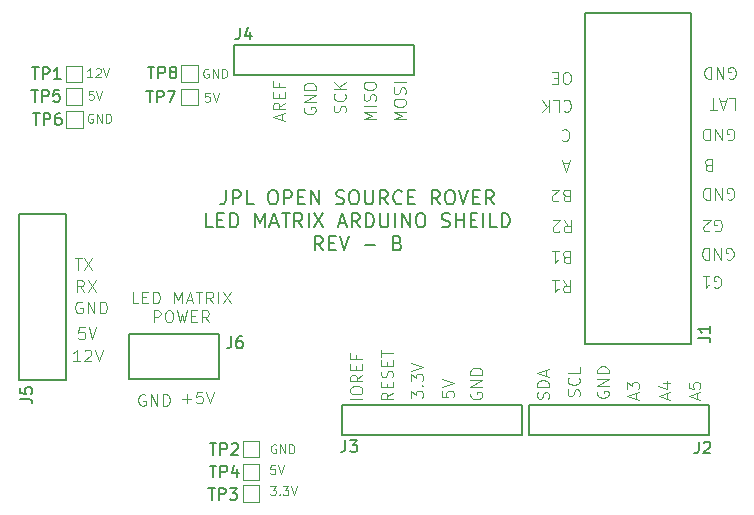
<source format=gbr>
G04 #@! TF.GenerationSoftware,KiCad,Pcbnew,(5.0.2)-1*
G04 #@! TF.CreationDate,2019-04-01T18:20:07-07:00*
G04 #@! TF.ProjectId,Arduino_uno_sheild,41726475-696e-46f5-9f75-6e6f5f736865,rev?*
G04 #@! TF.SameCoordinates,Original*
G04 #@! TF.FileFunction,Legend,Top*
G04 #@! TF.FilePolarity,Positive*
%FSLAX46Y46*%
G04 Gerber Fmt 4.6, Leading zero omitted, Abs format (unit mm)*
G04 Created by KiCad (PCBNEW (5.0.2)-1) date 4/1/2019 6:20:07 PM*
%MOMM*%
%LPD*%
G01*
G04 APERTURE LIST*
%ADD10C,0.100000*%
%ADD11C,0.150000*%
%ADD12C,0.120000*%
G04 APERTURE END LIST*
D10*
X17907071Y39808500D02*
X17835642Y39844214D01*
X17728500Y39844214D01*
X17621357Y39808500D01*
X17549928Y39737071D01*
X17514214Y39665642D01*
X17478500Y39522785D01*
X17478500Y39415642D01*
X17514214Y39272785D01*
X17549928Y39201357D01*
X17621357Y39129928D01*
X17728500Y39094214D01*
X17799928Y39094214D01*
X17907071Y39129928D01*
X17942785Y39165642D01*
X17942785Y39415642D01*
X17799928Y39415642D01*
X18264214Y39094214D02*
X18264214Y39844214D01*
X18692785Y39094214D01*
X18692785Y39844214D01*
X19049928Y39094214D02*
X19049928Y39844214D01*
X19228500Y39844214D01*
X19335642Y39808500D01*
X19407071Y39737071D01*
X19442785Y39665642D01*
X19478500Y39522785D01*
X19478500Y39415642D01*
X19442785Y39272785D01*
X19407071Y39201357D01*
X19335642Y39129928D01*
X19228500Y39094214D01*
X19049928Y39094214D01*
X18018142Y37812214D02*
X17661000Y37812214D01*
X17625285Y37455071D01*
X17661000Y37490785D01*
X17732428Y37526500D01*
X17911000Y37526500D01*
X17982428Y37490785D01*
X18018142Y37455071D01*
X18053857Y37383642D01*
X18053857Y37205071D01*
X18018142Y37133642D01*
X17982428Y37097928D01*
X17911000Y37062214D01*
X17732428Y37062214D01*
X17661000Y37097928D01*
X17625285Y37133642D01*
X18268142Y37812214D02*
X18518142Y37062214D01*
X18768142Y37812214D01*
X23622071Y8033100D02*
X23550642Y8068814D01*
X23443500Y8068814D01*
X23336357Y8033100D01*
X23264928Y7961671D01*
X23229214Y7890242D01*
X23193500Y7747385D01*
X23193500Y7640242D01*
X23229214Y7497385D01*
X23264928Y7425957D01*
X23336357Y7354528D01*
X23443500Y7318814D01*
X23514928Y7318814D01*
X23622071Y7354528D01*
X23657785Y7390242D01*
X23657785Y7640242D01*
X23514928Y7640242D01*
X23979214Y7318814D02*
X23979214Y8068814D01*
X24407785Y7318814D01*
X24407785Y8068814D01*
X24764928Y7318814D02*
X24764928Y8068814D01*
X24943500Y8068814D01*
X25050642Y8033100D01*
X25122071Y7961671D01*
X25157785Y7890242D01*
X25193500Y7747385D01*
X25193500Y7640242D01*
X25157785Y7497385D01*
X25122071Y7425957D01*
X25050642Y7354528D01*
X24943500Y7318814D01*
X24764928Y7318814D01*
X23149857Y4525514D02*
X23614142Y4525514D01*
X23364142Y4239800D01*
X23471285Y4239800D01*
X23542714Y4204085D01*
X23578428Y4168371D01*
X23614142Y4096942D01*
X23614142Y3918371D01*
X23578428Y3846942D01*
X23542714Y3811228D01*
X23471285Y3775514D01*
X23257000Y3775514D01*
X23185571Y3811228D01*
X23149857Y3846942D01*
X23935571Y3846942D02*
X23971285Y3811228D01*
X23935571Y3775514D01*
X23899857Y3811228D01*
X23935571Y3846942D01*
X23935571Y3775514D01*
X24221285Y4525514D02*
X24685571Y4525514D01*
X24435571Y4239800D01*
X24542714Y4239800D01*
X24614142Y4204085D01*
X24649857Y4168371D01*
X24685571Y4096942D01*
X24685571Y3918371D01*
X24649857Y3846942D01*
X24614142Y3811228D01*
X24542714Y3775514D01*
X24328428Y3775514D01*
X24257000Y3811228D01*
X24221285Y3846942D01*
X24899857Y4525514D02*
X25149857Y3775514D01*
X25399857Y4525514D01*
X23542642Y6303514D02*
X23185500Y6303514D01*
X23149785Y5946371D01*
X23185500Y5982085D01*
X23256928Y6017800D01*
X23435500Y6017800D01*
X23506928Y5982085D01*
X23542642Y5946371D01*
X23578357Y5874942D01*
X23578357Y5696371D01*
X23542642Y5624942D01*
X23506928Y5589228D01*
X23435500Y5553514D01*
X23256928Y5553514D01*
X23185500Y5589228D01*
X23149785Y5624942D01*
X23792642Y6303514D02*
X24042642Y5553514D01*
X24292642Y6303514D01*
X8115371Y35998500D02*
X8043942Y36034214D01*
X7936800Y36034214D01*
X7829657Y35998500D01*
X7758228Y35927071D01*
X7722514Y35855642D01*
X7686800Y35712785D01*
X7686800Y35605642D01*
X7722514Y35462785D01*
X7758228Y35391357D01*
X7829657Y35319928D01*
X7936800Y35284214D01*
X8008228Y35284214D01*
X8115371Y35319928D01*
X8151085Y35355642D01*
X8151085Y35605642D01*
X8008228Y35605642D01*
X8472514Y35284214D02*
X8472514Y36034214D01*
X8901085Y35284214D01*
X8901085Y36034214D01*
X9258228Y35284214D02*
X9258228Y36034214D01*
X9436800Y36034214D01*
X9543942Y35998500D01*
X9615371Y35927071D01*
X9651085Y35855642D01*
X9686800Y35712785D01*
X9686800Y35605642D01*
X9651085Y35462785D01*
X9615371Y35391357D01*
X9543942Y35319928D01*
X9436800Y35284214D01*
X9258228Y35284214D01*
X8162942Y38002714D02*
X7805800Y38002714D01*
X7770085Y37645571D01*
X7805800Y37681285D01*
X7877228Y37717000D01*
X8055800Y37717000D01*
X8127228Y37681285D01*
X8162942Y37645571D01*
X8198657Y37574142D01*
X8198657Y37395571D01*
X8162942Y37324142D01*
X8127228Y37288428D01*
X8055800Y37252714D01*
X7877228Y37252714D01*
X7805800Y37288428D01*
X7770085Y37324142D01*
X8412942Y38002714D02*
X8662942Y37252714D01*
X8912942Y38002714D01*
X8095514Y39157714D02*
X7666942Y39157714D01*
X7881228Y39157714D02*
X7881228Y39907714D01*
X7809800Y39800571D01*
X7738371Y39729142D01*
X7666942Y39693428D01*
X8381228Y39836285D02*
X8416942Y39872000D01*
X8488371Y39907714D01*
X8666942Y39907714D01*
X8738371Y39872000D01*
X8774085Y39836285D01*
X8809800Y39764857D01*
X8809800Y39693428D01*
X8774085Y39586285D01*
X8345514Y39157714D01*
X8809800Y39157714D01*
X9024085Y39907714D02*
X9274085Y39157714D01*
X9524085Y39907714D01*
X12547695Y12285600D02*
X12452457Y12333219D01*
X12309600Y12333219D01*
X12166742Y12285600D01*
X12071504Y12190361D01*
X12023885Y12095123D01*
X11976266Y11904647D01*
X11976266Y11761790D01*
X12023885Y11571314D01*
X12071504Y11476076D01*
X12166742Y11380838D01*
X12309600Y11333219D01*
X12404838Y11333219D01*
X12547695Y11380838D01*
X12595314Y11428457D01*
X12595314Y11761790D01*
X12404838Y11761790D01*
X13023885Y11333219D02*
X13023885Y12333219D01*
X13595314Y11333219D01*
X13595314Y12333219D01*
X14071504Y11333219D02*
X14071504Y12333219D01*
X14309600Y12333219D01*
X14452457Y12285600D01*
X14547695Y12190361D01*
X14595314Y12095123D01*
X14642933Y11904647D01*
X14642933Y11761790D01*
X14595314Y11571314D01*
X14547695Y11476076D01*
X14452457Y11380838D01*
X14309600Y11333219D01*
X14071504Y11333219D01*
X15681485Y11917371D02*
X16443390Y11917371D01*
X16062438Y11536419D02*
X16062438Y12298323D01*
X17395771Y12536419D02*
X16919580Y12536419D01*
X16871961Y12060228D01*
X16919580Y12107847D01*
X17014819Y12155466D01*
X17252914Y12155466D01*
X17348152Y12107847D01*
X17395771Y12060228D01*
X17443390Y11964990D01*
X17443390Y11726895D01*
X17395771Y11631657D01*
X17348152Y11584038D01*
X17252914Y11536419D01*
X17014819Y11536419D01*
X16919580Y11584038D01*
X16871961Y11631657D01*
X17729104Y12536419D02*
X18062438Y11536419D01*
X18395771Y12536419D01*
X11976552Y20007219D02*
X11500361Y20007219D01*
X11500361Y21007219D01*
X12309885Y20531028D02*
X12643219Y20531028D01*
X12786076Y20007219D02*
X12309885Y20007219D01*
X12309885Y21007219D01*
X12786076Y21007219D01*
X13214647Y20007219D02*
X13214647Y21007219D01*
X13452742Y21007219D01*
X13595600Y20959600D01*
X13690838Y20864361D01*
X13738457Y20769123D01*
X13786076Y20578647D01*
X13786076Y20435790D01*
X13738457Y20245314D01*
X13690838Y20150076D01*
X13595600Y20054838D01*
X13452742Y20007219D01*
X13214647Y20007219D01*
X14976552Y20007219D02*
X14976552Y21007219D01*
X15309885Y20292933D01*
X15643219Y21007219D01*
X15643219Y20007219D01*
X16071790Y20292933D02*
X16547980Y20292933D01*
X15976552Y20007219D02*
X16309885Y21007219D01*
X16643219Y20007219D01*
X16833695Y21007219D02*
X17405123Y21007219D01*
X17119409Y20007219D02*
X17119409Y21007219D01*
X18309885Y20007219D02*
X17976552Y20483409D01*
X17738457Y20007219D02*
X17738457Y21007219D01*
X18119409Y21007219D01*
X18214647Y20959600D01*
X18262266Y20911980D01*
X18309885Y20816742D01*
X18309885Y20673885D01*
X18262266Y20578647D01*
X18214647Y20531028D01*
X18119409Y20483409D01*
X17738457Y20483409D01*
X18738457Y20007219D02*
X18738457Y21007219D01*
X19119409Y21007219D02*
X19786076Y20007219D01*
X19786076Y21007219D02*
X19119409Y20007219D01*
X13286076Y18407219D02*
X13286076Y19407219D01*
X13667028Y19407219D01*
X13762266Y19359600D01*
X13809885Y19311980D01*
X13857504Y19216742D01*
X13857504Y19073885D01*
X13809885Y18978647D01*
X13762266Y18931028D01*
X13667028Y18883409D01*
X13286076Y18883409D01*
X14476552Y19407219D02*
X14667028Y19407219D01*
X14762266Y19359600D01*
X14857504Y19264361D01*
X14905123Y19073885D01*
X14905123Y18740552D01*
X14857504Y18550076D01*
X14762266Y18454838D01*
X14667028Y18407219D01*
X14476552Y18407219D01*
X14381314Y18454838D01*
X14286076Y18550076D01*
X14238457Y18740552D01*
X14238457Y19073885D01*
X14286076Y19264361D01*
X14381314Y19359600D01*
X14476552Y19407219D01*
X15238457Y19407219D02*
X15476552Y18407219D01*
X15667028Y19121504D01*
X15857504Y18407219D01*
X16095600Y19407219D01*
X16476552Y18931028D02*
X16809885Y18931028D01*
X16952742Y18407219D02*
X16476552Y18407219D01*
X16476552Y19407219D01*
X16952742Y19407219D01*
X17952742Y18407219D02*
X17619409Y18883409D01*
X17381314Y18407219D02*
X17381314Y19407219D01*
X17762266Y19407219D01*
X17857504Y19359600D01*
X17905123Y19311980D01*
X17952742Y19216742D01*
X17952742Y19073885D01*
X17905123Y18978647D01*
X17857504Y18931028D01*
X17762266Y18883409D01*
X17381314Y18883409D01*
X7351733Y20985219D02*
X7018400Y21461409D01*
X6780304Y20985219D02*
X6780304Y21985219D01*
X7161257Y21985219D01*
X7256495Y21937600D01*
X7304114Y21889980D01*
X7351733Y21794742D01*
X7351733Y21651885D01*
X7304114Y21556647D01*
X7256495Y21509028D01*
X7161257Y21461409D01*
X6780304Y21461409D01*
X7685066Y21985219D02*
X8351733Y20985219D01*
X8351733Y21985219D02*
X7685066Y20985219D01*
X7429523Y17972019D02*
X6953333Y17972019D01*
X6905714Y17495828D01*
X6953333Y17543447D01*
X7048571Y17591066D01*
X7286666Y17591066D01*
X7381904Y17543447D01*
X7429523Y17495828D01*
X7477142Y17400590D01*
X7477142Y17162495D01*
X7429523Y17067257D01*
X7381904Y17019638D01*
X7286666Y16972019D01*
X7048571Y16972019D01*
X6953333Y17019638D01*
X6905714Y17067257D01*
X7762857Y17972019D02*
X8096190Y16972019D01*
X8429523Y17972019D01*
X7051752Y15092419D02*
X6480323Y15092419D01*
X6766038Y15092419D02*
X6766038Y16092419D01*
X6670800Y15949561D01*
X6575561Y15854323D01*
X6480323Y15806704D01*
X7432704Y15997180D02*
X7480323Y16044800D01*
X7575561Y16092419D01*
X7813657Y16092419D01*
X7908895Y16044800D01*
X7956514Y15997180D01*
X8004133Y15901942D01*
X8004133Y15806704D01*
X7956514Y15663847D01*
X7385085Y15092419D01*
X8004133Y15092419D01*
X8289847Y16092419D02*
X8623180Y15092419D01*
X8956514Y16092419D01*
X7213695Y20108800D02*
X7118457Y20156419D01*
X6975599Y20156419D01*
X6832742Y20108800D01*
X6737504Y20013561D01*
X6689885Y19918323D01*
X6642266Y19727847D01*
X6642266Y19584990D01*
X6689885Y19394514D01*
X6737504Y19299276D01*
X6832742Y19204038D01*
X6975599Y19156419D01*
X7070838Y19156419D01*
X7213695Y19204038D01*
X7261314Y19251657D01*
X7261314Y19584990D01*
X7070838Y19584990D01*
X7689885Y19156419D02*
X7689885Y20156419D01*
X8261314Y19156419D01*
X8261314Y20156419D01*
X8737504Y19156419D02*
X8737504Y20156419D01*
X8975600Y20156419D01*
X9118457Y20108800D01*
X9213695Y20013561D01*
X9261314Y19918323D01*
X9308933Y19727847D01*
X9308933Y19584990D01*
X9261314Y19394514D01*
X9213695Y19299276D01*
X9118457Y19204038D01*
X8975600Y19156419D01*
X8737504Y19156419D01*
X6604095Y23814019D02*
X7175523Y23814019D01*
X6889809Y22814019D02*
X6889809Y23814019D01*
X7413619Y23814019D02*
X8080285Y22814019D01*
X8080285Y23814019D02*
X7413619Y22814019D01*
X59285166Y11922214D02*
X59285166Y12398404D01*
X59570880Y11826976D02*
X58570880Y12160309D01*
X59570880Y12493642D01*
X58570880Y13303166D02*
X58570880Y12826976D01*
X59047071Y12779357D01*
X58999452Y12826976D01*
X58951833Y12922214D01*
X58951833Y13160309D01*
X58999452Y13255547D01*
X59047071Y13303166D01*
X59142309Y13350785D01*
X59380404Y13350785D01*
X59475642Y13303166D01*
X59523261Y13255547D01*
X59570880Y13160309D01*
X59570880Y12922214D01*
X59523261Y12826976D01*
X59475642Y12779357D01*
X56745166Y11922214D02*
X56745166Y12398404D01*
X57030880Y11826976D02*
X56030880Y12160309D01*
X57030880Y12493642D01*
X56364214Y13255547D02*
X57030880Y13255547D01*
X55983261Y13017452D02*
X56697547Y12779357D01*
X56697547Y13398404D01*
X54078166Y11922214D02*
X54078166Y12398404D01*
X54363880Y11826976D02*
X53363880Y12160309D01*
X54363880Y12493642D01*
X53363880Y12731738D02*
X53363880Y13350785D01*
X53744833Y13017452D01*
X53744833Y13160309D01*
X53792452Y13255547D01*
X53840071Y13303166D01*
X53935309Y13350785D01*
X54173404Y13350785D01*
X54268642Y13303166D01*
X54316261Y13255547D01*
X54363880Y13160309D01*
X54363880Y12874595D01*
X54316261Y12779357D01*
X54268642Y12731738D01*
X50871500Y12573095D02*
X50823880Y12477857D01*
X50823880Y12335000D01*
X50871500Y12192142D01*
X50966738Y12096904D01*
X51061976Y12049285D01*
X51252452Y12001666D01*
X51395309Y12001666D01*
X51585785Y12049285D01*
X51681023Y12096904D01*
X51776261Y12192142D01*
X51823880Y12335000D01*
X51823880Y12430238D01*
X51776261Y12573095D01*
X51728642Y12620714D01*
X51395309Y12620714D01*
X51395309Y12430238D01*
X51823880Y13049285D02*
X50823880Y13049285D01*
X51823880Y13620714D01*
X50823880Y13620714D01*
X51823880Y14096904D02*
X50823880Y14096904D01*
X50823880Y14335000D01*
X50871500Y14477857D01*
X50966738Y14573095D01*
X51061976Y14620714D01*
X51252452Y14668333D01*
X51395309Y14668333D01*
X51585785Y14620714D01*
X51681023Y14573095D01*
X51776261Y14477857D01*
X51823880Y14335000D01*
X51823880Y14096904D01*
X49299761Y12144523D02*
X49347380Y12287380D01*
X49347380Y12525476D01*
X49299761Y12620714D01*
X49252142Y12668333D01*
X49156904Y12715952D01*
X49061666Y12715952D01*
X48966428Y12668333D01*
X48918809Y12620714D01*
X48871190Y12525476D01*
X48823571Y12335000D01*
X48775952Y12239761D01*
X48728333Y12192142D01*
X48633095Y12144523D01*
X48537857Y12144523D01*
X48442619Y12192142D01*
X48395000Y12239761D01*
X48347380Y12335000D01*
X48347380Y12573095D01*
X48395000Y12715952D01*
X49252142Y13715952D02*
X49299761Y13668333D01*
X49347380Y13525476D01*
X49347380Y13430238D01*
X49299761Y13287380D01*
X49204523Y13192142D01*
X49109285Y13144523D01*
X48918809Y13096904D01*
X48775952Y13096904D01*
X48585476Y13144523D01*
X48490238Y13192142D01*
X48395000Y13287380D01*
X48347380Y13430238D01*
X48347380Y13525476D01*
X48395000Y13668333D01*
X48442619Y13715952D01*
X49347380Y14620714D02*
X49347380Y14144523D01*
X48347380Y14144523D01*
X46696261Y11930214D02*
X46743880Y12073071D01*
X46743880Y12311166D01*
X46696261Y12406404D01*
X46648642Y12454023D01*
X46553404Y12501642D01*
X46458166Y12501642D01*
X46362928Y12454023D01*
X46315309Y12406404D01*
X46267690Y12311166D01*
X46220071Y12120690D01*
X46172452Y12025452D01*
X46124833Y11977833D01*
X46029595Y11930214D01*
X45934357Y11930214D01*
X45839119Y11977833D01*
X45791500Y12025452D01*
X45743880Y12120690D01*
X45743880Y12358785D01*
X45791500Y12501642D01*
X46743880Y12930214D02*
X45743880Y12930214D01*
X45743880Y13168309D01*
X45791500Y13311166D01*
X45886738Y13406404D01*
X45981976Y13454023D01*
X46172452Y13501642D01*
X46315309Y13501642D01*
X46505785Y13454023D01*
X46601023Y13406404D01*
X46696261Y13311166D01*
X46743880Y13168309D01*
X46743880Y12930214D01*
X46458166Y13882595D02*
X46458166Y14358785D01*
X46743880Y13787357D02*
X45743880Y14120690D01*
X46743880Y14454023D01*
X40140000Y12446095D02*
X40092380Y12350857D01*
X40092380Y12208000D01*
X40140000Y12065142D01*
X40235238Y11969904D01*
X40330476Y11922285D01*
X40520952Y11874666D01*
X40663809Y11874666D01*
X40854285Y11922285D01*
X40949523Y11969904D01*
X41044761Y12065142D01*
X41092380Y12208000D01*
X41092380Y12303238D01*
X41044761Y12446095D01*
X40997142Y12493714D01*
X40663809Y12493714D01*
X40663809Y12303238D01*
X41092380Y12922285D02*
X40092380Y12922285D01*
X41092380Y13493714D01*
X40092380Y13493714D01*
X41092380Y13969904D02*
X40092380Y13969904D01*
X40092380Y14208000D01*
X40140000Y14350857D01*
X40235238Y14446095D01*
X40330476Y14493714D01*
X40520952Y14541333D01*
X40663809Y14541333D01*
X40854285Y14493714D01*
X40949523Y14446095D01*
X41044761Y14350857D01*
X41092380Y14208000D01*
X41092380Y13969904D01*
X37679380Y12573023D02*
X37679380Y12096833D01*
X38155571Y12049214D01*
X38107952Y12096833D01*
X38060333Y12192071D01*
X38060333Y12430166D01*
X38107952Y12525404D01*
X38155571Y12573023D01*
X38250809Y12620642D01*
X38488904Y12620642D01*
X38584142Y12573023D01*
X38631761Y12525404D01*
X38679380Y12430166D01*
X38679380Y12192071D01*
X38631761Y12096833D01*
X38584142Y12049214D01*
X37679380Y12906357D02*
X38679380Y13239690D01*
X37679380Y13573023D01*
X35075880Y11985809D02*
X35075880Y12604857D01*
X35456833Y12271523D01*
X35456833Y12414380D01*
X35504452Y12509619D01*
X35552071Y12557238D01*
X35647309Y12604857D01*
X35885404Y12604857D01*
X35980642Y12557238D01*
X36028261Y12509619D01*
X36075880Y12414380D01*
X36075880Y12128666D01*
X36028261Y12033428D01*
X35980642Y11985809D01*
X35980642Y13033428D02*
X36028261Y13081047D01*
X36075880Y13033428D01*
X36028261Y12985809D01*
X35980642Y13033428D01*
X36075880Y13033428D01*
X35075880Y13414380D02*
X35075880Y14033428D01*
X35456833Y13700095D01*
X35456833Y13842952D01*
X35504452Y13938190D01*
X35552071Y13985809D01*
X35647309Y14033428D01*
X35885404Y14033428D01*
X35980642Y13985809D01*
X36028261Y13938190D01*
X36075880Y13842952D01*
X36075880Y13557238D01*
X36028261Y13462000D01*
X35980642Y13414380D01*
X35075880Y14319142D02*
X36075880Y14652476D01*
X35075880Y14985809D01*
X33535880Y12454119D02*
X33059690Y12120785D01*
X33535880Y11882690D02*
X32535880Y11882690D01*
X32535880Y12263642D01*
X32583500Y12358880D01*
X32631119Y12406500D01*
X32726357Y12454119D01*
X32869214Y12454119D01*
X32964452Y12406500D01*
X33012071Y12358880D01*
X33059690Y12263642D01*
X33059690Y11882690D01*
X33012071Y12882690D02*
X33012071Y13216023D01*
X33535880Y13358880D02*
X33535880Y12882690D01*
X32535880Y12882690D01*
X32535880Y13358880D01*
X33488261Y13739833D02*
X33535880Y13882690D01*
X33535880Y14120785D01*
X33488261Y14216023D01*
X33440642Y14263642D01*
X33345404Y14311261D01*
X33250166Y14311261D01*
X33154928Y14263642D01*
X33107309Y14216023D01*
X33059690Y14120785D01*
X33012071Y13930309D01*
X32964452Y13835071D01*
X32916833Y13787452D01*
X32821595Y13739833D01*
X32726357Y13739833D01*
X32631119Y13787452D01*
X32583500Y13835071D01*
X32535880Y13930309D01*
X32535880Y14168404D01*
X32583500Y14311261D01*
X33012071Y14739833D02*
X33012071Y15073166D01*
X33535880Y15216023D02*
X33535880Y14739833D01*
X32535880Y14739833D01*
X32535880Y15216023D01*
X32535880Y15501738D02*
X32535880Y16073166D01*
X33535880Y15787452D02*
X32535880Y15787452D01*
X30932380Y11874738D02*
X29932380Y11874738D01*
X29932380Y12541404D02*
X29932380Y12731880D01*
X29980000Y12827119D01*
X30075238Y12922357D01*
X30265714Y12969976D01*
X30599047Y12969976D01*
X30789523Y12922357D01*
X30884761Y12827119D01*
X30932380Y12731880D01*
X30932380Y12541404D01*
X30884761Y12446166D01*
X30789523Y12350928D01*
X30599047Y12303309D01*
X30265714Y12303309D01*
X30075238Y12350928D01*
X29980000Y12446166D01*
X29932380Y12541404D01*
X30932380Y13969976D02*
X30456190Y13636642D01*
X30932380Y13398547D02*
X29932380Y13398547D01*
X29932380Y13779500D01*
X29980000Y13874738D01*
X30027619Y13922357D01*
X30122857Y13969976D01*
X30265714Y13969976D01*
X30360952Y13922357D01*
X30408571Y13874738D01*
X30456190Y13779500D01*
X30456190Y13398547D01*
X30408571Y14398547D02*
X30408571Y14731880D01*
X30932380Y14874738D02*
X30932380Y14398547D01*
X29932380Y14398547D01*
X29932380Y14874738D01*
X30408571Y15636642D02*
X30408571Y15303309D01*
X30932380Y15303309D02*
X29932380Y15303309D01*
X29932380Y15779500D01*
X48337010Y38588803D02*
X48146533Y38588803D01*
X48051295Y38636423D01*
X47956057Y38731661D01*
X47908438Y38922137D01*
X47908438Y39255470D01*
X47956057Y39445946D01*
X48051295Y39541184D01*
X48146533Y39588803D01*
X48337010Y39588803D01*
X48432248Y39541184D01*
X48527486Y39445946D01*
X48575105Y39255470D01*
X48575105Y38922137D01*
X48527486Y38731661D01*
X48432248Y38636423D01*
X48337010Y38588803D01*
X47479867Y39064994D02*
X47146533Y39064994D01*
X47003676Y39588803D02*
X47479867Y39588803D01*
X47479867Y38588803D01*
X47003676Y38588803D01*
X47991638Y37136342D02*
X48039257Y37183961D01*
X48182114Y37231580D01*
X48277352Y37231580D01*
X48420209Y37183961D01*
X48515447Y37088723D01*
X48563066Y36993485D01*
X48610685Y36803009D01*
X48610685Y36660152D01*
X48563066Y36469676D01*
X48515447Y36374438D01*
X48420209Y36279200D01*
X48277352Y36231580D01*
X48182114Y36231580D01*
X48039257Y36279200D01*
X47991638Y36326819D01*
X47086876Y37231580D02*
X47563066Y37231580D01*
X47563066Y36231580D01*
X46753542Y37231580D02*
X46753542Y36231580D01*
X46182114Y37231580D02*
X46610685Y36660152D01*
X46182114Y36231580D02*
X46753542Y36803009D01*
X47848167Y34642165D02*
X47895786Y34689784D01*
X48038643Y34737403D01*
X48133881Y34737403D01*
X48276738Y34689784D01*
X48371976Y34594546D01*
X48419595Y34499308D01*
X48467214Y34308832D01*
X48467214Y34165975D01*
X48419595Y33975499D01*
X48371976Y33880261D01*
X48276738Y33785023D01*
X48133881Y33737403D01*
X48038643Y33737403D01*
X47895786Y33785023D01*
X47848167Y33832642D01*
X48395786Y31848189D02*
X47919595Y31848189D01*
X48491024Y32133903D02*
X48157691Y31133903D01*
X47824357Y32133903D01*
X48181452Y29120894D02*
X48038595Y29168513D01*
X47990976Y29216132D01*
X47943357Y29311370D01*
X47943357Y29454227D01*
X47990976Y29549465D01*
X48038595Y29597084D01*
X48133833Y29644703D01*
X48514786Y29644703D01*
X48514786Y28644703D01*
X48181452Y28644703D01*
X48086214Y28692323D01*
X48038595Y28739942D01*
X47990976Y28835180D01*
X47990976Y28930418D01*
X48038595Y29025656D01*
X48086214Y29073275D01*
X48181452Y29120894D01*
X48514786Y29120894D01*
X47562405Y28739942D02*
X47514786Y28692323D01*
X47419548Y28644703D01*
X47181452Y28644703D01*
X47086214Y28692323D01*
X47038595Y28739942D01*
X46990976Y28835180D01*
X46990976Y28930418D01*
X47038595Y29073275D01*
X47610024Y29644703D01*
X46990976Y29644703D01*
X48006857Y27041203D02*
X48340191Y26565013D01*
X48578286Y27041203D02*
X48578286Y26041203D01*
X48197333Y26041203D01*
X48102095Y26088823D01*
X48054476Y26136442D01*
X48006857Y26231680D01*
X48006857Y26374537D01*
X48054476Y26469775D01*
X48102095Y26517394D01*
X48197333Y26565013D01*
X48578286Y26565013D01*
X47625905Y26136442D02*
X47578286Y26088823D01*
X47483048Y26041203D01*
X47244952Y26041203D01*
X47149714Y26088823D01*
X47102095Y26136442D01*
X47054476Y26231680D01*
X47054476Y26326918D01*
X47102095Y26469775D01*
X47673524Y27041203D01*
X47054476Y27041203D01*
X48181452Y23913894D02*
X48038595Y23961513D01*
X47990976Y24009132D01*
X47943357Y24104370D01*
X47943357Y24247227D01*
X47990976Y24342465D01*
X48038595Y24390084D01*
X48133833Y24437703D01*
X48514786Y24437703D01*
X48514786Y23437703D01*
X48181452Y23437703D01*
X48086214Y23485323D01*
X48038595Y23532942D01*
X47990976Y23628180D01*
X47990976Y23723418D01*
X48038595Y23818656D01*
X48086214Y23866275D01*
X48181452Y23913894D01*
X48514786Y23913894D01*
X46990976Y24437703D02*
X47562405Y24437703D01*
X47276691Y24437703D02*
X47276691Y23437703D01*
X47371929Y23580561D01*
X47467167Y23675799D01*
X47562405Y23723418D01*
X47943357Y21961203D02*
X48276691Y21485013D01*
X48514786Y21961203D02*
X48514786Y20961203D01*
X48133833Y20961203D01*
X48038595Y21008823D01*
X47990976Y21056442D01*
X47943357Y21151680D01*
X47943357Y21294537D01*
X47990976Y21389775D01*
X48038595Y21437394D01*
X48133833Y21485013D01*
X48514786Y21485013D01*
X46990976Y21961203D02*
X47562405Y21961203D01*
X47276691Y21961203D02*
X47276691Y20961203D01*
X47371929Y21104061D01*
X47467167Y21199299D01*
X47562405Y21246918D01*
X61987895Y39055523D02*
X62083133Y39007903D01*
X62225991Y39007903D01*
X62368848Y39055523D01*
X62464086Y39150761D01*
X62511705Y39245999D01*
X62559324Y39436475D01*
X62559324Y39579332D01*
X62511705Y39769808D01*
X62464086Y39865046D01*
X62368848Y39960284D01*
X62225991Y40007903D01*
X62130752Y40007903D01*
X61987895Y39960284D01*
X61940276Y39912665D01*
X61940276Y39579332D01*
X62130752Y39579332D01*
X61511705Y40007903D02*
X61511705Y39007903D01*
X60940276Y40007903D01*
X60940276Y39007903D01*
X60464086Y40007903D02*
X60464086Y39007903D01*
X60225991Y39007903D01*
X60083133Y39055523D01*
X59987895Y39150761D01*
X59940276Y39245999D01*
X59892657Y39436475D01*
X59892657Y39579332D01*
X59940276Y39769808D01*
X59987895Y39865046D01*
X60083133Y39960284D01*
X60225991Y40007903D01*
X60464086Y40007903D01*
X61979991Y37404403D02*
X62456181Y37404403D01*
X62456181Y36404403D01*
X61694276Y37118689D02*
X61218086Y37118689D01*
X61789514Y37404403D02*
X61456181Y36404403D01*
X61122848Y37404403D01*
X60932371Y36404403D02*
X60360943Y36404403D01*
X60646657Y37404403D02*
X60646657Y36404403D01*
X61860895Y33848523D02*
X61956133Y33800903D01*
X62098991Y33800903D01*
X62241848Y33848523D01*
X62337086Y33943761D01*
X62384705Y34038999D01*
X62432324Y34229475D01*
X62432324Y34372332D01*
X62384705Y34562808D01*
X62337086Y34658046D01*
X62241848Y34753284D01*
X62098991Y34800903D01*
X62003752Y34800903D01*
X61860895Y34753284D01*
X61813276Y34705665D01*
X61813276Y34372332D01*
X62003752Y34372332D01*
X61384705Y34800903D02*
X61384705Y33800903D01*
X60813276Y34800903D01*
X60813276Y33800903D01*
X60337086Y34800903D02*
X60337086Y33800903D01*
X60098991Y33800903D01*
X59956133Y33848523D01*
X59860895Y33943761D01*
X59813276Y34038999D01*
X59765657Y34229475D01*
X59765657Y34372332D01*
X59813276Y34562808D01*
X59860895Y34658046D01*
X59956133Y34753284D01*
X60098991Y34800903D01*
X60337086Y34800903D01*
X60214762Y31698994D02*
X60071905Y31746613D01*
X60024286Y31794232D01*
X59976667Y31889470D01*
X59976667Y32032327D01*
X60024286Y32127565D01*
X60071905Y32175184D01*
X60167143Y32222803D01*
X60548095Y32222803D01*
X60548095Y31222803D01*
X60214762Y31222803D01*
X60119524Y31270423D01*
X60071905Y31318042D01*
X60024286Y31413280D01*
X60024286Y31508518D01*
X60071905Y31603756D01*
X60119524Y31651375D01*
X60214762Y31698994D01*
X60548095Y31698994D01*
X61860895Y28832023D02*
X61956133Y28784403D01*
X62098991Y28784403D01*
X62241848Y28832023D01*
X62337086Y28927261D01*
X62384705Y29022499D01*
X62432324Y29212975D01*
X62432324Y29355832D01*
X62384705Y29546308D01*
X62337086Y29641546D01*
X62241848Y29736784D01*
X62098991Y29784403D01*
X62003752Y29784403D01*
X61860895Y29736784D01*
X61813276Y29689165D01*
X61813276Y29355832D01*
X62003752Y29355832D01*
X61384705Y29784403D02*
X61384705Y28784403D01*
X60813276Y29784403D01*
X60813276Y28784403D01*
X60337086Y29784403D02*
X60337086Y28784403D01*
X60098991Y28784403D01*
X59956133Y28832023D01*
X59860895Y28927261D01*
X59813276Y29022499D01*
X59765657Y29212975D01*
X59765657Y29355832D01*
X59813276Y29546308D01*
X59860895Y29641546D01*
X59956133Y29736784D01*
X60098991Y29784403D01*
X60337086Y29784403D01*
X60805276Y26139623D02*
X60900514Y26092003D01*
X61043371Y26092003D01*
X61186229Y26139623D01*
X61281467Y26234861D01*
X61329086Y26330099D01*
X61376705Y26520575D01*
X61376705Y26663432D01*
X61329086Y26853908D01*
X61281467Y26949146D01*
X61186229Y27044384D01*
X61043371Y27092003D01*
X60948133Y27092003D01*
X60805276Y27044384D01*
X60757657Y26996765D01*
X60757657Y26663432D01*
X60948133Y26663432D01*
X60376705Y26187242D02*
X60329086Y26139623D01*
X60233848Y26092003D01*
X59995752Y26092003D01*
X59900514Y26139623D01*
X59852895Y26187242D01*
X59805276Y26282480D01*
X59805276Y26377718D01*
X59852895Y26520575D01*
X60424324Y27092003D01*
X59805276Y27092003D01*
X61797395Y23752023D02*
X61892633Y23704403D01*
X62035491Y23704403D01*
X62178348Y23752023D01*
X62273586Y23847261D01*
X62321205Y23942499D01*
X62368824Y24132975D01*
X62368824Y24275832D01*
X62321205Y24466308D01*
X62273586Y24561546D01*
X62178348Y24656784D01*
X62035491Y24704403D01*
X61940252Y24704403D01*
X61797395Y24656784D01*
X61749776Y24609165D01*
X61749776Y24275832D01*
X61940252Y24275832D01*
X61321205Y24704403D02*
X61321205Y23704403D01*
X60749776Y24704403D01*
X60749776Y23704403D01*
X60273586Y24704403D02*
X60273586Y23704403D01*
X60035491Y23704403D01*
X59892633Y23752023D01*
X59797395Y23847261D01*
X59749776Y23942499D01*
X59702157Y24132975D01*
X59702157Y24275832D01*
X59749776Y24466308D01*
X59797395Y24561546D01*
X59892633Y24656784D01*
X60035491Y24704403D01*
X60273586Y24704403D01*
X60754476Y21364423D02*
X60849714Y21316803D01*
X60992571Y21316803D01*
X61135429Y21364423D01*
X61230667Y21459661D01*
X61278286Y21554899D01*
X61325905Y21745375D01*
X61325905Y21888232D01*
X61278286Y22078708D01*
X61230667Y22173946D01*
X61135429Y22269184D01*
X60992571Y22316803D01*
X60897333Y22316803D01*
X60754476Y22269184D01*
X60706857Y22221565D01*
X60706857Y21888232D01*
X60897333Y21888232D01*
X59754476Y22316803D02*
X60325905Y22316803D01*
X60040191Y22316803D02*
X60040191Y21316803D01*
X60135429Y21459661D01*
X60230667Y21554899D01*
X60325905Y21602518D01*
X34615380Y35576071D02*
X33615380Y35576071D01*
X34329666Y35909404D01*
X33615380Y36242738D01*
X34615380Y36242738D01*
X33615380Y36909404D02*
X33615380Y37099880D01*
X33663000Y37195119D01*
X33758238Y37290357D01*
X33948714Y37337976D01*
X34282047Y37337976D01*
X34472523Y37290357D01*
X34567761Y37195119D01*
X34615380Y37099880D01*
X34615380Y36909404D01*
X34567761Y36814166D01*
X34472523Y36718928D01*
X34282047Y36671309D01*
X33948714Y36671309D01*
X33758238Y36718928D01*
X33663000Y36814166D01*
X33615380Y36909404D01*
X34567761Y37718928D02*
X34615380Y37861785D01*
X34615380Y38099880D01*
X34567761Y38195119D01*
X34520142Y38242738D01*
X34424904Y38290357D01*
X34329666Y38290357D01*
X34234428Y38242738D01*
X34186809Y38195119D01*
X34139190Y38099880D01*
X34091571Y37909404D01*
X34043952Y37814166D01*
X33996333Y37766547D01*
X33901095Y37718928D01*
X33805857Y37718928D01*
X33710619Y37766547D01*
X33663000Y37814166D01*
X33615380Y37909404D01*
X33615380Y38147500D01*
X33663000Y38290357D01*
X34615380Y38718928D02*
X33615380Y38718928D01*
X32075380Y35576071D02*
X31075380Y35576071D01*
X31789666Y35909404D01*
X31075380Y36242738D01*
X32075380Y36242738D01*
X32075380Y36718928D02*
X31075380Y36718928D01*
X32027761Y37147500D02*
X32075380Y37290357D01*
X32075380Y37528452D01*
X32027761Y37623690D01*
X31980142Y37671309D01*
X31884904Y37718928D01*
X31789666Y37718928D01*
X31694428Y37671309D01*
X31646809Y37623690D01*
X31599190Y37528452D01*
X31551571Y37337976D01*
X31503952Y37242738D01*
X31456333Y37195119D01*
X31361095Y37147500D01*
X31265857Y37147500D01*
X31170619Y37195119D01*
X31123000Y37242738D01*
X31075380Y37337976D01*
X31075380Y37576071D01*
X31123000Y37718928D01*
X31075380Y38337976D02*
X31075380Y38528452D01*
X31123000Y38623690D01*
X31218238Y38718928D01*
X31408714Y38766547D01*
X31742047Y38766547D01*
X31932523Y38718928D01*
X32027761Y38623690D01*
X32075380Y38528452D01*
X32075380Y38337976D01*
X32027761Y38242738D01*
X31932523Y38147500D01*
X31742047Y38099880D01*
X31408714Y38099880D01*
X31218238Y38147500D01*
X31123000Y38242738D01*
X31075380Y38337976D01*
X29487761Y36179285D02*
X29535380Y36322142D01*
X29535380Y36560238D01*
X29487761Y36655476D01*
X29440142Y36703095D01*
X29344904Y36750714D01*
X29249666Y36750714D01*
X29154428Y36703095D01*
X29106809Y36655476D01*
X29059190Y36560238D01*
X29011571Y36369761D01*
X28963952Y36274523D01*
X28916333Y36226904D01*
X28821095Y36179285D01*
X28725857Y36179285D01*
X28630619Y36226904D01*
X28583000Y36274523D01*
X28535380Y36369761D01*
X28535380Y36607857D01*
X28583000Y36750714D01*
X29440142Y37750714D02*
X29487761Y37703095D01*
X29535380Y37560238D01*
X29535380Y37465000D01*
X29487761Y37322142D01*
X29392523Y37226904D01*
X29297285Y37179285D01*
X29106809Y37131666D01*
X28963952Y37131666D01*
X28773476Y37179285D01*
X28678238Y37226904D01*
X28583000Y37322142D01*
X28535380Y37465000D01*
X28535380Y37560238D01*
X28583000Y37703095D01*
X28630619Y37750714D01*
X29535380Y38179285D02*
X28535380Y38179285D01*
X29535380Y38750714D02*
X28963952Y38322142D01*
X28535380Y38750714D02*
X29106809Y38179285D01*
X26043000Y36576095D02*
X25995380Y36480857D01*
X25995380Y36338000D01*
X26043000Y36195142D01*
X26138238Y36099904D01*
X26233476Y36052285D01*
X26423952Y36004666D01*
X26566809Y36004666D01*
X26757285Y36052285D01*
X26852523Y36099904D01*
X26947761Y36195142D01*
X26995380Y36338000D01*
X26995380Y36433238D01*
X26947761Y36576095D01*
X26900142Y36623714D01*
X26566809Y36623714D01*
X26566809Y36433238D01*
X26995380Y37052285D02*
X25995380Y37052285D01*
X26995380Y37623714D01*
X25995380Y37623714D01*
X26995380Y38099904D02*
X25995380Y38099904D01*
X25995380Y38338000D01*
X26043000Y38480857D01*
X26138238Y38576095D01*
X26233476Y38623714D01*
X26423952Y38671333D01*
X26566809Y38671333D01*
X26757285Y38623714D01*
X26852523Y38576095D01*
X26947761Y38480857D01*
X26995380Y38338000D01*
X26995380Y38099904D01*
X24106166Y35528452D02*
X24106166Y36004642D01*
X24391880Y35433214D02*
X23391880Y35766547D01*
X24391880Y36099880D01*
X24391880Y37004642D02*
X23915690Y36671309D01*
X24391880Y36433214D02*
X23391880Y36433214D01*
X23391880Y36814166D01*
X23439500Y36909404D01*
X23487119Y36957023D01*
X23582357Y37004642D01*
X23725214Y37004642D01*
X23820452Y36957023D01*
X23868071Y36909404D01*
X23915690Y36814166D01*
X23915690Y36433214D01*
X23868071Y37433214D02*
X23868071Y37766547D01*
X24391880Y37909404D02*
X24391880Y37433214D01*
X23391880Y37433214D01*
X23391880Y37909404D01*
X23868071Y38671309D02*
X23868071Y38337976D01*
X24391880Y38337976D02*
X23391880Y38337976D01*
X23391880Y38814166D01*
D11*
X19387942Y29581942D02*
X19387942Y28724800D01*
X19330799Y28553371D01*
X19216514Y28439085D01*
X19045085Y28381942D01*
X18930799Y28381942D01*
X19959371Y28381942D02*
X19959371Y29581942D01*
X20416514Y29581942D01*
X20530799Y29524800D01*
X20587942Y29467657D01*
X20645085Y29353371D01*
X20645085Y29181942D01*
X20587942Y29067657D01*
X20530799Y29010514D01*
X20416514Y28953371D01*
X19959371Y28953371D01*
X21730799Y28381942D02*
X21159371Y28381942D01*
X21159371Y29581942D01*
X23273657Y29581942D02*
X23502228Y29581942D01*
X23616514Y29524800D01*
X23730799Y29410514D01*
X23787942Y29181942D01*
X23787942Y28781942D01*
X23730799Y28553371D01*
X23616514Y28439085D01*
X23502228Y28381942D01*
X23273657Y28381942D01*
X23159371Y28439085D01*
X23045085Y28553371D01*
X22987942Y28781942D01*
X22987942Y29181942D01*
X23045085Y29410514D01*
X23159371Y29524800D01*
X23273657Y29581942D01*
X24302228Y28381942D02*
X24302228Y29581942D01*
X24759371Y29581942D01*
X24873657Y29524800D01*
X24930799Y29467657D01*
X24987942Y29353371D01*
X24987942Y29181942D01*
X24930799Y29067657D01*
X24873657Y29010514D01*
X24759371Y28953371D01*
X24302228Y28953371D01*
X25502228Y29010514D02*
X25902228Y29010514D01*
X26073657Y28381942D02*
X25502228Y28381942D01*
X25502228Y29581942D01*
X26073657Y29581942D01*
X26587942Y28381942D02*
X26587942Y29581942D01*
X27273657Y28381942D01*
X27273657Y29581942D01*
X28702228Y28439085D02*
X28873657Y28381942D01*
X29159371Y28381942D01*
X29273657Y28439085D01*
X29330799Y28496228D01*
X29387942Y28610514D01*
X29387942Y28724800D01*
X29330799Y28839085D01*
X29273657Y28896228D01*
X29159371Y28953371D01*
X28930799Y29010514D01*
X28816514Y29067657D01*
X28759371Y29124800D01*
X28702228Y29239085D01*
X28702228Y29353371D01*
X28759371Y29467657D01*
X28816514Y29524800D01*
X28930799Y29581942D01*
X29216514Y29581942D01*
X29387942Y29524800D01*
X30130799Y29581942D02*
X30359371Y29581942D01*
X30473657Y29524800D01*
X30587942Y29410514D01*
X30645085Y29181942D01*
X30645085Y28781942D01*
X30587942Y28553371D01*
X30473657Y28439085D01*
X30359371Y28381942D01*
X30130799Y28381942D01*
X30016514Y28439085D01*
X29902228Y28553371D01*
X29845085Y28781942D01*
X29845085Y29181942D01*
X29902228Y29410514D01*
X30016514Y29524800D01*
X30130799Y29581942D01*
X31159371Y29581942D02*
X31159371Y28610514D01*
X31216514Y28496228D01*
X31273657Y28439085D01*
X31387942Y28381942D01*
X31616514Y28381942D01*
X31730799Y28439085D01*
X31787942Y28496228D01*
X31845085Y28610514D01*
X31845085Y29581942D01*
X33102228Y28381942D02*
X32702228Y28953371D01*
X32416514Y28381942D02*
X32416514Y29581942D01*
X32873657Y29581942D01*
X32987942Y29524800D01*
X33045085Y29467657D01*
X33102228Y29353371D01*
X33102228Y29181942D01*
X33045085Y29067657D01*
X32987942Y29010514D01*
X32873657Y28953371D01*
X32416514Y28953371D01*
X34302228Y28496228D02*
X34245085Y28439085D01*
X34073657Y28381942D01*
X33959371Y28381942D01*
X33787942Y28439085D01*
X33673657Y28553371D01*
X33616514Y28667657D01*
X33559371Y28896228D01*
X33559371Y29067657D01*
X33616514Y29296228D01*
X33673657Y29410514D01*
X33787942Y29524800D01*
X33959371Y29581942D01*
X34073657Y29581942D01*
X34245085Y29524800D01*
X34302228Y29467657D01*
X34816514Y29010514D02*
X35216514Y29010514D01*
X35387942Y28381942D02*
X34816514Y28381942D01*
X34816514Y29581942D01*
X35387942Y29581942D01*
X37502228Y28381942D02*
X37102228Y28953371D01*
X36816514Y28381942D02*
X36816514Y29581942D01*
X37273657Y29581942D01*
X37387942Y29524800D01*
X37445085Y29467657D01*
X37502228Y29353371D01*
X37502228Y29181942D01*
X37445085Y29067657D01*
X37387942Y29010514D01*
X37273657Y28953371D01*
X36816514Y28953371D01*
X38245085Y29581942D02*
X38473657Y29581942D01*
X38587942Y29524800D01*
X38702228Y29410514D01*
X38759371Y29181942D01*
X38759371Y28781942D01*
X38702228Y28553371D01*
X38587942Y28439085D01*
X38473657Y28381942D01*
X38245085Y28381942D01*
X38130799Y28439085D01*
X38016514Y28553371D01*
X37959371Y28781942D01*
X37959371Y29181942D01*
X38016514Y29410514D01*
X38130799Y29524800D01*
X38245085Y29581942D01*
X39102228Y29581942D02*
X39502228Y28381942D01*
X39902228Y29581942D01*
X40302228Y29010514D02*
X40702228Y29010514D01*
X40873657Y28381942D02*
X40302228Y28381942D01*
X40302228Y29581942D01*
X40873657Y29581942D01*
X42073657Y28381942D02*
X41673657Y28953371D01*
X41387942Y28381942D02*
X41387942Y29581942D01*
X41845085Y29581942D01*
X41959371Y29524800D01*
X42016514Y29467657D01*
X42073657Y29353371D01*
X42073657Y29181942D01*
X42016514Y29067657D01*
X41959371Y29010514D01*
X41845085Y28953371D01*
X41387942Y28953371D01*
X18273657Y26431942D02*
X17702228Y26431942D01*
X17702228Y27631942D01*
X18673657Y27060514D02*
X19073657Y27060514D01*
X19245085Y26431942D02*
X18673657Y26431942D01*
X18673657Y27631942D01*
X19245085Y27631942D01*
X19759371Y26431942D02*
X19759371Y27631942D01*
X20045085Y27631942D01*
X20216514Y27574800D01*
X20330800Y27460514D01*
X20387942Y27346228D01*
X20445085Y27117657D01*
X20445085Y26946228D01*
X20387942Y26717657D01*
X20330800Y26603371D01*
X20216514Y26489085D01*
X20045085Y26431942D01*
X19759371Y26431942D01*
X21873657Y26431942D02*
X21873657Y27631942D01*
X22273657Y26774800D01*
X22673657Y27631942D01*
X22673657Y26431942D01*
X23187942Y26774800D02*
X23759371Y26774800D01*
X23073657Y26431942D02*
X23473657Y27631942D01*
X23873657Y26431942D01*
X24102228Y27631942D02*
X24787942Y27631942D01*
X24445085Y26431942D02*
X24445085Y27631942D01*
X25873657Y26431942D02*
X25473657Y27003371D01*
X25187942Y26431942D02*
X25187942Y27631942D01*
X25645085Y27631942D01*
X25759371Y27574800D01*
X25816514Y27517657D01*
X25873657Y27403371D01*
X25873657Y27231942D01*
X25816514Y27117657D01*
X25759371Y27060514D01*
X25645085Y27003371D01*
X25187942Y27003371D01*
X26387942Y26431942D02*
X26387942Y27631942D01*
X26845085Y27631942D02*
X27645085Y26431942D01*
X27645085Y27631942D02*
X26845085Y26431942D01*
X28959371Y26774800D02*
X29530800Y26774800D01*
X28845085Y26431942D02*
X29245085Y27631942D01*
X29645085Y26431942D01*
X30730800Y26431942D02*
X30330800Y27003371D01*
X30045085Y26431942D02*
X30045085Y27631942D01*
X30502228Y27631942D01*
X30616514Y27574800D01*
X30673657Y27517657D01*
X30730800Y27403371D01*
X30730800Y27231942D01*
X30673657Y27117657D01*
X30616514Y27060514D01*
X30502228Y27003371D01*
X30045085Y27003371D01*
X31245085Y26431942D02*
X31245085Y27631942D01*
X31530800Y27631942D01*
X31702228Y27574800D01*
X31816514Y27460514D01*
X31873657Y27346228D01*
X31930800Y27117657D01*
X31930800Y26946228D01*
X31873657Y26717657D01*
X31816514Y26603371D01*
X31702228Y26489085D01*
X31530800Y26431942D01*
X31245085Y26431942D01*
X32445085Y27631942D02*
X32445085Y26660514D01*
X32502228Y26546228D01*
X32559371Y26489085D01*
X32673657Y26431942D01*
X32902228Y26431942D01*
X33016514Y26489085D01*
X33073657Y26546228D01*
X33130800Y26660514D01*
X33130800Y27631942D01*
X33702228Y26431942D02*
X33702228Y27631942D01*
X34273657Y26431942D02*
X34273657Y27631942D01*
X34959371Y26431942D01*
X34959371Y27631942D01*
X35759371Y27631942D02*
X35987942Y27631942D01*
X36102228Y27574800D01*
X36216514Y27460514D01*
X36273657Y27231942D01*
X36273657Y26831942D01*
X36216514Y26603371D01*
X36102228Y26489085D01*
X35987942Y26431942D01*
X35759371Y26431942D01*
X35645085Y26489085D01*
X35530800Y26603371D01*
X35473657Y26831942D01*
X35473657Y27231942D01*
X35530800Y27460514D01*
X35645085Y27574800D01*
X35759371Y27631942D01*
X37645085Y26489085D02*
X37816514Y26431942D01*
X38102228Y26431942D01*
X38216514Y26489085D01*
X38273657Y26546228D01*
X38330800Y26660514D01*
X38330800Y26774800D01*
X38273657Y26889085D01*
X38216514Y26946228D01*
X38102228Y27003371D01*
X37873657Y27060514D01*
X37759371Y27117657D01*
X37702228Y27174800D01*
X37645085Y27289085D01*
X37645085Y27403371D01*
X37702228Y27517657D01*
X37759371Y27574800D01*
X37873657Y27631942D01*
X38159371Y27631942D01*
X38330800Y27574800D01*
X38845085Y26431942D02*
X38845085Y27631942D01*
X38845085Y27060514D02*
X39530800Y27060514D01*
X39530800Y26431942D02*
X39530800Y27631942D01*
X40102228Y27060514D02*
X40502228Y27060514D01*
X40673657Y26431942D02*
X40102228Y26431942D01*
X40102228Y27631942D01*
X40673657Y27631942D01*
X41187942Y26431942D02*
X41187942Y27631942D01*
X42330800Y26431942D02*
X41759371Y26431942D01*
X41759371Y27631942D01*
X42730800Y26431942D02*
X42730800Y27631942D01*
X43016514Y27631942D01*
X43187942Y27574800D01*
X43302228Y27460514D01*
X43359371Y27346228D01*
X43416514Y27117657D01*
X43416514Y26946228D01*
X43359371Y26717657D01*
X43302228Y26603371D01*
X43187942Y26489085D01*
X43016514Y26431942D01*
X42730800Y26431942D01*
X27587942Y24481942D02*
X27187942Y25053371D01*
X26902228Y24481942D02*
X26902228Y25681942D01*
X27359371Y25681942D01*
X27473657Y25624800D01*
X27530800Y25567657D01*
X27587942Y25453371D01*
X27587942Y25281942D01*
X27530800Y25167657D01*
X27473657Y25110514D01*
X27359371Y25053371D01*
X26902228Y25053371D01*
X28102228Y25110514D02*
X28502228Y25110514D01*
X28673657Y24481942D02*
X28102228Y24481942D01*
X28102228Y25681942D01*
X28673657Y25681942D01*
X29016514Y25681942D02*
X29416514Y24481942D01*
X29816514Y25681942D01*
X31130800Y24939085D02*
X32045085Y24939085D01*
X33930800Y25110514D02*
X34102228Y25053371D01*
X34159371Y24996228D01*
X34216514Y24881942D01*
X34216514Y24710514D01*
X34159371Y24596228D01*
X34102228Y24539085D01*
X33987942Y24481942D01*
X33530800Y24481942D01*
X33530800Y25681942D01*
X33930800Y25681942D01*
X34045085Y25624800D01*
X34102228Y25567657D01*
X34159371Y25453371D01*
X34159371Y25339085D01*
X34102228Y25224800D01*
X34045085Y25167657D01*
X33930800Y25110514D01*
X33530800Y25110514D01*
G04 #@! TO.C,J5*
X5860800Y13544800D02*
X1860800Y13544800D01*
X1860800Y13544800D02*
X1860800Y27544800D01*
X1860800Y27544800D02*
X5860800Y27544800D01*
X5860800Y27544800D02*
X5860800Y13544800D01*
D12*
G04 #@! TO.C,TP8*
X15619001Y38769999D02*
X15619001Y40169999D01*
X17019001Y38769999D02*
X15619001Y38769999D01*
X17019001Y40169999D02*
X17019001Y38769999D01*
X15619001Y40169999D02*
X17019001Y40169999D01*
G04 #@! TO.C,TP7*
X15619500Y36765000D02*
X15619500Y38165000D01*
X17019500Y36765000D02*
X15619500Y36765000D01*
X17019500Y38165000D02*
X17019500Y36765000D01*
X15619500Y38165000D02*
X17019500Y38165000D01*
G04 #@! TO.C,TP6*
X5891300Y34860000D02*
X5891300Y36260000D01*
X7291300Y34860000D02*
X5891300Y34860000D01*
X7291300Y36260000D02*
X7291300Y34860000D01*
X5891300Y36260000D02*
X7291300Y36260000D01*
G04 #@! TO.C,TP5*
X5827800Y36828500D02*
X5827800Y38228500D01*
X7227800Y36828500D02*
X5827800Y36828500D01*
X7227800Y38228500D02*
X7227800Y36828500D01*
X5827800Y38228500D02*
X7227800Y38228500D01*
G04 #@! TO.C,TP4*
X22201100Y5027700D02*
X20801100Y5027700D01*
X22201100Y6427700D02*
X22201100Y5027700D01*
X20801100Y6427700D02*
X22201100Y6427700D01*
X20801100Y5027700D02*
X20801100Y6427700D01*
G04 #@! TO.C,TP3*
X22201100Y3186200D02*
X20801100Y3186200D01*
X22201100Y4586200D02*
X22201100Y3186200D01*
X20801100Y4586200D02*
X22201100Y4586200D01*
X20801100Y3186200D02*
X20801100Y4586200D01*
G04 #@! TO.C,TP2*
X22201100Y6983500D02*
X20801100Y6983500D01*
X22201100Y8383500D02*
X22201100Y6983500D01*
X20801100Y8383500D02*
X22201100Y8383500D01*
X20801100Y6983500D02*
X20801100Y8383500D01*
G04 #@! TO.C,TP1*
X5827800Y38733500D02*
X5827800Y40133500D01*
X7227800Y38733500D02*
X5827800Y38733500D01*
X7227800Y40133500D02*
X7227800Y38733500D01*
X5827800Y40133500D02*
X7227800Y40133500D01*
D11*
G04 #@! TO.C,J1*
X58754400Y16581600D02*
X58754400Y44581600D01*
X58754400Y44581600D02*
X49754400Y44581600D01*
X49754400Y44581600D02*
X49754400Y16581600D01*
X49754400Y16581600D02*
X58754400Y16581600D01*
G04 #@! TO.C,J2*
X45085000Y11430000D02*
X60325000Y11430000D01*
X45085000Y8890000D02*
X45085000Y11430000D01*
X60325000Y8890000D02*
X45085000Y8890000D01*
X60325000Y11430000D02*
X60325000Y8890000D01*
G04 #@! TO.C,J3*
X44450000Y8890000D02*
X29210000Y8890000D01*
X44450000Y11430000D02*
X44450000Y8890000D01*
X29210000Y11430000D02*
X44450000Y11430000D01*
X29210000Y8890000D02*
X29210000Y11430000D01*
G04 #@! TO.C,J4*
X20066000Y41910000D02*
X35306000Y41910000D01*
X20066000Y39370000D02*
X20066000Y41910000D01*
X35306000Y39370000D02*
X20066000Y39370000D01*
X35306000Y41910000D02*
X35306000Y39370000D01*
G04 #@! TO.C,J6*
X18770600Y13639800D02*
X18770600Y17449800D01*
X11150600Y13639800D02*
X18770600Y13639800D01*
X11150600Y17449800D02*
X11150600Y13639800D01*
X18770600Y17449800D02*
X11150600Y17449800D01*
G04 #@! TO.C,J5*
X1992380Y11909466D02*
X2706666Y11909466D01*
X2849523Y11861847D01*
X2944761Y11766609D01*
X2992380Y11623752D01*
X2992380Y11528514D01*
X1992380Y12861847D02*
X1992380Y12385657D01*
X2468571Y12338038D01*
X2420952Y12385657D01*
X2373333Y12480895D01*
X2373333Y12718990D01*
X2420952Y12814228D01*
X2468571Y12861847D01*
X2563809Y12909466D01*
X2801904Y12909466D01*
X2897142Y12861847D01*
X2944761Y12814228D01*
X2992380Y12718990D01*
X2992380Y12480895D01*
X2944761Y12385657D01*
X2897142Y12338038D01*
G04 #@! TO.C,TP8*
X12771595Y40044619D02*
X13343023Y40044619D01*
X13057309Y39044619D02*
X13057309Y40044619D01*
X13676357Y39044619D02*
X13676357Y40044619D01*
X14057309Y40044619D01*
X14152547Y39997000D01*
X14200166Y39949380D01*
X14247785Y39854142D01*
X14247785Y39711285D01*
X14200166Y39616047D01*
X14152547Y39568428D01*
X14057309Y39520809D01*
X13676357Y39520809D01*
X14819214Y39616047D02*
X14723976Y39663666D01*
X14676357Y39711285D01*
X14628738Y39806523D01*
X14628738Y39854142D01*
X14676357Y39949380D01*
X14723976Y39997000D01*
X14819214Y40044619D01*
X15009690Y40044619D01*
X15104928Y39997000D01*
X15152547Y39949380D01*
X15200166Y39854142D01*
X15200166Y39806523D01*
X15152547Y39711285D01*
X15104928Y39663666D01*
X15009690Y39616047D01*
X14819214Y39616047D01*
X14723976Y39568428D01*
X14676357Y39520809D01*
X14628738Y39425571D01*
X14628738Y39235095D01*
X14676357Y39139857D01*
X14723976Y39092238D01*
X14819214Y39044619D01*
X15009690Y39044619D01*
X15104928Y39092238D01*
X15152547Y39139857D01*
X15200166Y39235095D01*
X15200166Y39425571D01*
X15152547Y39520809D01*
X15104928Y39568428D01*
X15009690Y39616047D01*
G04 #@! TO.C,TP7*
X12644595Y38012619D02*
X13216023Y38012619D01*
X12930309Y37012619D02*
X12930309Y38012619D01*
X13549357Y37012619D02*
X13549357Y38012619D01*
X13930309Y38012619D01*
X14025547Y37965000D01*
X14073166Y37917380D01*
X14120785Y37822142D01*
X14120785Y37679285D01*
X14073166Y37584047D01*
X14025547Y37536428D01*
X13930309Y37488809D01*
X13549357Y37488809D01*
X14454119Y38012619D02*
X15120785Y38012619D01*
X14692214Y37012619D01*
G04 #@! TO.C,TP6*
X3043395Y36107619D02*
X3614823Y36107619D01*
X3329109Y35107619D02*
X3329109Y36107619D01*
X3948157Y35107619D02*
X3948157Y36107619D01*
X4329109Y36107619D01*
X4424347Y36060000D01*
X4471966Y36012380D01*
X4519585Y35917142D01*
X4519585Y35774285D01*
X4471966Y35679047D01*
X4424347Y35631428D01*
X4329109Y35583809D01*
X3948157Y35583809D01*
X5376728Y36107619D02*
X5186252Y36107619D01*
X5091014Y36060000D01*
X5043395Y36012380D01*
X4948157Y35869523D01*
X4900538Y35679047D01*
X4900538Y35298095D01*
X4948157Y35202857D01*
X4995776Y35155238D01*
X5091014Y35107619D01*
X5281490Y35107619D01*
X5376728Y35155238D01*
X5424347Y35202857D01*
X5471966Y35298095D01*
X5471966Y35536190D01*
X5424347Y35631428D01*
X5376728Y35679047D01*
X5281490Y35726666D01*
X5091014Y35726666D01*
X4995776Y35679047D01*
X4948157Y35631428D01*
X4900538Y35536190D01*
G04 #@! TO.C,TP5*
X2916395Y38076119D02*
X3487823Y38076119D01*
X3202109Y37076119D02*
X3202109Y38076119D01*
X3821157Y37076119D02*
X3821157Y38076119D01*
X4202109Y38076119D01*
X4297347Y38028500D01*
X4344966Y37980880D01*
X4392585Y37885642D01*
X4392585Y37742785D01*
X4344966Y37647547D01*
X4297347Y37599928D01*
X4202109Y37552309D01*
X3821157Y37552309D01*
X5297347Y38076119D02*
X4821157Y38076119D01*
X4773538Y37599928D01*
X4821157Y37647547D01*
X4916395Y37695166D01*
X5154490Y37695166D01*
X5249728Y37647547D01*
X5297347Y37599928D01*
X5344966Y37504690D01*
X5344966Y37266595D01*
X5297347Y37171357D01*
X5249728Y37123738D01*
X5154490Y37076119D01*
X4916395Y37076119D01*
X4821157Y37123738D01*
X4773538Y37171357D01*
G04 #@! TO.C,TP4*
X18016695Y6275319D02*
X18588123Y6275319D01*
X18302409Y5275319D02*
X18302409Y6275319D01*
X18921457Y5275319D02*
X18921457Y6275319D01*
X19302409Y6275319D01*
X19397647Y6227700D01*
X19445266Y6180080D01*
X19492885Y6084842D01*
X19492885Y5941985D01*
X19445266Y5846747D01*
X19397647Y5799128D01*
X19302409Y5751509D01*
X18921457Y5751509D01*
X20350028Y5941985D02*
X20350028Y5275319D01*
X20111933Y6322938D02*
X19873838Y5608652D01*
X20492885Y5608652D01*
G04 #@! TO.C,TP3*
X17889695Y4370319D02*
X18461123Y4370319D01*
X18175409Y3370319D02*
X18175409Y4370319D01*
X18794457Y3370319D02*
X18794457Y4370319D01*
X19175409Y4370319D01*
X19270647Y4322700D01*
X19318266Y4275080D01*
X19365885Y4179842D01*
X19365885Y4036985D01*
X19318266Y3941747D01*
X19270647Y3894128D01*
X19175409Y3846509D01*
X18794457Y3846509D01*
X19699219Y4370319D02*
X20318266Y4370319D01*
X19984933Y3989366D01*
X20127790Y3989366D01*
X20223028Y3941747D01*
X20270647Y3894128D01*
X20318266Y3798890D01*
X20318266Y3560795D01*
X20270647Y3465557D01*
X20223028Y3417938D01*
X20127790Y3370319D01*
X19842076Y3370319D01*
X19746838Y3417938D01*
X19699219Y3465557D01*
G04 #@! TO.C,TP2*
X18016695Y8167619D02*
X18588123Y8167619D01*
X18302409Y7167619D02*
X18302409Y8167619D01*
X18921457Y7167619D02*
X18921457Y8167619D01*
X19302409Y8167619D01*
X19397647Y8120000D01*
X19445266Y8072380D01*
X19492885Y7977142D01*
X19492885Y7834285D01*
X19445266Y7739047D01*
X19397647Y7691428D01*
X19302409Y7643809D01*
X18921457Y7643809D01*
X19873838Y8072380D02*
X19921457Y8120000D01*
X20016695Y8167619D01*
X20254790Y8167619D01*
X20350028Y8120000D01*
X20397647Y8072380D01*
X20445266Y7977142D01*
X20445266Y7881904D01*
X20397647Y7739047D01*
X19826219Y7167619D01*
X20445266Y7167619D01*
G04 #@! TO.C,TP1*
X2979895Y39981119D02*
X3551323Y39981119D01*
X3265609Y38981119D02*
X3265609Y39981119D01*
X3884657Y38981119D02*
X3884657Y39981119D01*
X4265609Y39981119D01*
X4360847Y39933500D01*
X4408466Y39885880D01*
X4456085Y39790642D01*
X4456085Y39647785D01*
X4408466Y39552547D01*
X4360847Y39504928D01*
X4265609Y39457309D01*
X3884657Y39457309D01*
X5408466Y38981119D02*
X4837038Y38981119D01*
X5122752Y38981119D02*
X5122752Y39981119D01*
X5027514Y39838261D01*
X4932276Y39743023D01*
X4837038Y39695404D01*
G04 #@! TO.C,J1*
X59396380Y17091066D02*
X60110666Y17091066D01*
X60253523Y17043447D01*
X60348761Y16948209D01*
X60396380Y16805352D01*
X60396380Y16710114D01*
X60396380Y18091066D02*
X60396380Y17519638D01*
X60396380Y17805352D02*
X59396380Y17805352D01*
X59539238Y17710114D01*
X59634476Y17614876D01*
X59682095Y17519638D01*
G04 #@! TO.C,J2*
X59420166Y8294619D02*
X59420166Y7580333D01*
X59372547Y7437476D01*
X59277309Y7342238D01*
X59134452Y7294619D01*
X59039214Y7294619D01*
X59848738Y8199380D02*
X59896357Y8247000D01*
X59991595Y8294619D01*
X60229690Y8294619D01*
X60324928Y8247000D01*
X60372547Y8199380D01*
X60420166Y8104142D01*
X60420166Y8008904D01*
X60372547Y7866047D01*
X59801119Y7294619D01*
X60420166Y7294619D01*
G04 #@! TO.C,J3*
X29511666Y8421619D02*
X29511666Y7707333D01*
X29464047Y7564476D01*
X29368809Y7469238D01*
X29225952Y7421619D01*
X29130714Y7421619D01*
X29892619Y8421619D02*
X30511666Y8421619D01*
X30178333Y8040666D01*
X30321190Y8040666D01*
X30416428Y7993047D01*
X30464047Y7945428D01*
X30511666Y7850190D01*
X30511666Y7612095D01*
X30464047Y7516857D01*
X30416428Y7469238D01*
X30321190Y7421619D01*
X30035476Y7421619D01*
X29940238Y7469238D01*
X29892619Y7516857D01*
G04 #@! TO.C,J4*
X20558166Y43346619D02*
X20558166Y42632333D01*
X20510547Y42489476D01*
X20415309Y42394238D01*
X20272452Y42346619D01*
X20177214Y42346619D01*
X21462928Y43013285D02*
X21462928Y42346619D01*
X21224833Y43394238D02*
X20986738Y42679952D01*
X21605785Y42679952D01*
G04 #@! TO.C,J6*
X19834266Y17210019D02*
X19834266Y16495733D01*
X19786647Y16352876D01*
X19691409Y16257638D01*
X19548552Y16210019D01*
X19453314Y16210019D01*
X20739028Y17210019D02*
X20548552Y17210019D01*
X20453314Y17162400D01*
X20405695Y17114780D01*
X20310457Y16971923D01*
X20262838Y16781447D01*
X20262838Y16400495D01*
X20310457Y16305257D01*
X20358076Y16257638D01*
X20453314Y16210019D01*
X20643790Y16210019D01*
X20739028Y16257638D01*
X20786647Y16305257D01*
X20834266Y16400495D01*
X20834266Y16638590D01*
X20786647Y16733828D01*
X20739028Y16781447D01*
X20643790Y16829066D01*
X20453314Y16829066D01*
X20358076Y16781447D01*
X20310457Y16733828D01*
X20262838Y16638590D01*
G04 #@! TD*
M02*

</source>
